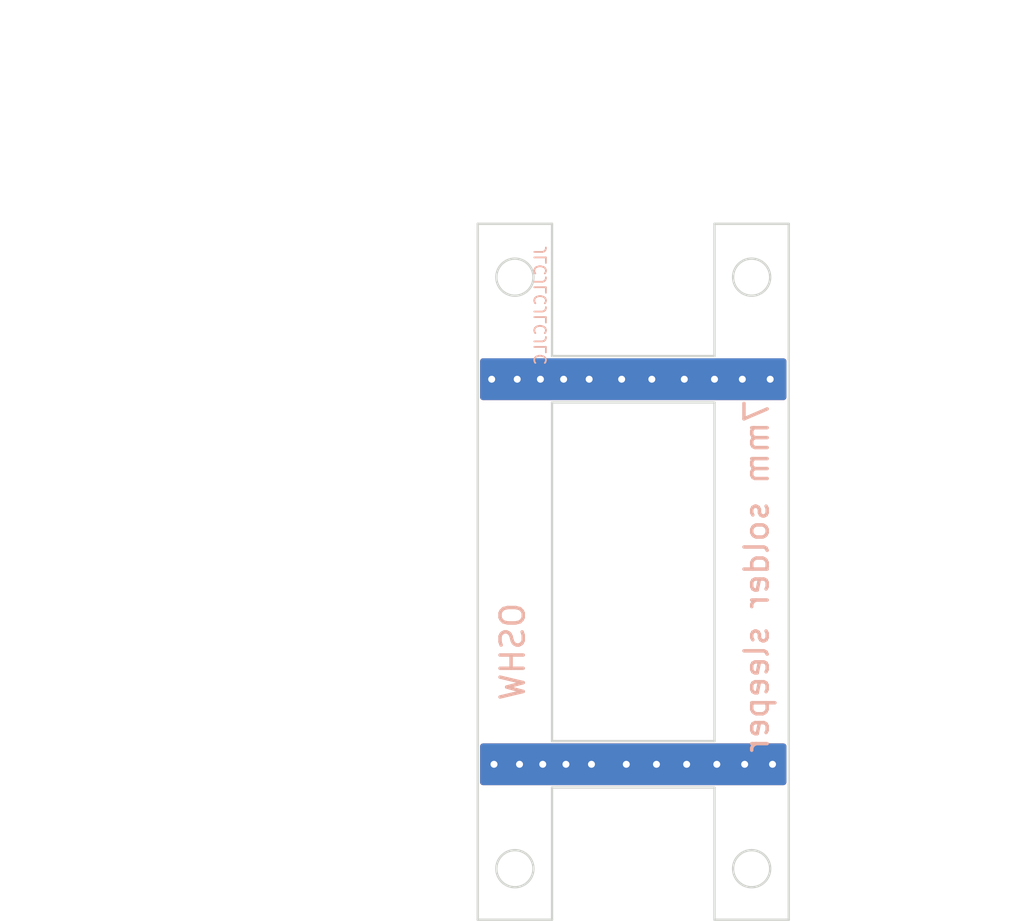
<source format=kicad_pcb>
(kicad_pcb
	(version 20240108)
	(generator "pcbnew")
	(generator_version "8.0")
	(general
		(thickness 1.6)
		(legacy_teardrops no)
	)
	(paper "A4")
	(layers
		(0 "F.Cu" signal)
		(31 "B.Cu" signal)
		(32 "B.Adhes" user "B.Adhesive")
		(33 "F.Adhes" user "F.Adhesive")
		(34 "B.Paste" user)
		(35 "F.Paste" user)
		(36 "B.SilkS" user "B.Silkscreen")
		(37 "F.SilkS" user "F.Silkscreen")
		(38 "B.Mask" user)
		(39 "F.Mask" user)
		(40 "Dwgs.User" user "User.Drawings")
		(41 "Cmts.User" user "User.Comments")
		(42 "Eco1.User" user "User.Eco1")
		(43 "Eco2.User" user "User.Eco2")
		(44 "Edge.Cuts" user)
		(45 "Margin" user)
		(46 "B.CrtYd" user "B.Courtyard")
		(47 "F.CrtYd" user "F.Courtyard")
		(48 "B.Fab" user)
		(49 "F.Fab" user)
		(50 "User.1" user)
		(51 "User.2" user)
		(52 "User.3" user)
		(53 "User.4" user)
		(54 "User.5" user)
		(55 "User.6" user)
		(56 "User.7" user)
		(57 "User.8" user)
		(58 "User.9" user)
	)
	(setup
		(pad_to_mask_clearance 0)
		(allow_soldermask_bridges_in_footprints no)
		(pcbplotparams
			(layerselection 0x00010fc_ffffffff)
			(plot_on_all_layers_selection 0x0000000_00000000)
			(disableapertmacros no)
			(usegerberextensions no)
			(usegerberattributes yes)
			(usegerberadvancedattributes yes)
			(creategerberjobfile yes)
			(dashed_line_dash_ratio 12.000000)
			(dashed_line_gap_ratio 3.000000)
			(svgprecision 4)
			(plotframeref no)
			(viasonmask no)
			(mode 1)
			(useauxorigin no)
			(hpglpennumber 1)
			(hpglpenspeed 20)
			(hpglpendiameter 15.000000)
			(pdf_front_fp_property_popups yes)
			(pdf_back_fp_property_popups yes)
			(dxfpolygonmode yes)
			(dxfimperialunits yes)
			(dxfusepcbnewfont yes)
			(psnegative no)
			(psa4output no)
			(plotreference yes)
			(plotvalue yes)
			(plotfptext yes)
			(plotinvisibletext no)
			(sketchpadsonfab no)
			(subtractmaskfromsilk no)
			(outputformat 1)
			(mirror no)
			(drillshape 1)
			(scaleselection 1)
			(outputdirectory "")
		)
	)
	(net 0 "")
	(net 1 "GND")
	(gr_line
		(start 111.6 105.6)
		(end 111.6 106.6)
		(stroke
			(width 0.15)
			(type default)
		)
		(layer "Dwgs.User")
		(uuid "07587a2e-e2d2-4a35-bdc6-5cee117ae427")
	)
	(gr_line
		(start 111.6 105.6)
		(end 111.6 104.6)
		(stroke
			(width 0.15)
			(type default)
		)
		(layer "Dwgs.User")
		(uuid "5637b983-51ce-4ca7-a7eb-1f335015a028")
	)
	(gr_line
		(start 111.6 89)
		(end 111.6 88)
		(stroke
			(width 0.15)
			(type default)
		)
		(layer "Dwgs.User")
		(uuid "b4724b7e-8a79-4e3e-964a-412842a1ff7f")
	)
	(gr_line
		(start 111.6 89)
		(end 111.6 90)
		(stroke
			(width 0.15)
			(type default)
		)
		(layer "Dwgs.User")
		(uuid "e2544062-1fa1-4506-94d8-a00d4ed3b924")
	)
	(gr_line
		(start 111.6 104.6)
		(end 111.6 90)
		(stroke
			(width 0.1)
			(type default)
		)
		(layer "Edge.Cuts")
		(uuid "0d1cc190-fc3a-4f1c-83a4-061c39946b4b")
	)
	(gr_circle
		(center 110 84.6)
		(end 110.8 84.6)
		(stroke
			(width 0.1)
			(type default)
		)
		(fill none)
		(layer "Edge.Cuts")
		(uuid "16bf7743-1fac-4166-b084-b3de1eaddf30")
	)
	(gr_line
		(start 111.6 112.3)
		(end 108.4 112.3)
		(stroke
			(width 0.1)
			(type default)
		)
		(layer "Edge.Cuts")
		(uuid "27addd7d-e973-4a05-beff-0f74945ad954")
	)
	(gr_line
		(start 118.6 82.3)
		(end 121.8 82.3)
		(stroke
			(width 0.1)
			(type default)
		)
		(layer "Edge.Cuts")
		(uuid "29c11a56-9e25-43cf-8cdb-a89c11a09860")
	)
	(gr_circle
		(center 110 110.1)
		(end 110.8 110.1)
		(stroke
			(width 0.1)
			(type default)
		)
		(fill none)
		(layer "Edge.Cuts")
		(uuid "30fc04eb-530b-4533-8ab8-be1160baa57e")
	)
	(gr_line
		(start 108.4 82.3)
		(end 111.6 82.3)
		(stroke
			(width 0.1)
			(type default)
		)
		(layer "Edge.Cuts")
		(uuid "313fbfe3-7b16-4bdf-8e12-74f808c14137")
	)
	(gr_line
		(start 118.6 90)
		(end 118.6 104.6)
		(stroke
			(width 0.1)
			(type default)
		)
		(layer "Edge.Cuts")
		(uuid "4405fa27-a26e-4db6-9637-38738bf4a1f8")
	)
	(gr_line
		(start 111.6 106.6)
		(end 118.6 106.6)
		(stroke
			(width 0.1)
			(type default)
		)
		(layer "Edge.Cuts")
		(uuid "48066470-e75c-4050-9fc1-a2ad64cfda3c")
	)
	(gr_line
		(start 118.6 88)
		(end 118.6 82.3)
		(stroke
			(width 0.1)
			(type default)
		)
		(layer "Edge.Cuts")
		(uuid "66dc9f63-1911-4043-8e0a-4844fef9920d")
	)
	(gr_line
		(start 111.6 90)
		(end 118.6 90)
		(stroke
			(width 0.1)
			(type default)
		)
		(layer "Edge.Cuts")
		(uuid "68c10f3d-e801-465e-852b-47aa6283ac02")
	)
	(gr_circle
		(center 120.2 110.1)
		(end 121 110.1)
		(stroke
			(width 0.1)
			(type default)
		)
		(fill none)
		(layer "Edge.Cuts")
		(uuid "6d28eb98-aa42-4ac5-a06a-86be7b13e1d6")
	)
	(gr_line
		(start 111.6 88)
		(end 111.6 82.3)
		(stroke
			(width 0.1)
			(type default)
		)
		(layer "Edge.Cuts")
		(uuid "731ce693-0df5-4461-a489-fba1c592d634")
	)
	(gr_line
		(start 111.6 88)
		(end 118.6 88)
		(stroke
			(width 0.1)
			(type default)
		)
		(layer "Edge.Cuts")
		(uuid "810ee817-da22-4a0d-b22b-5abb52b773b3")
	)
	(gr_line
		(start 111.6 104.6)
		(end 118.6 104.6)
		(stroke
			(width 0.1)
			(type default)
		)
		(layer "Edge.Cuts")
		(uuid "832dd93d-f8f7-4824-9ea7-5c2c5c725882")
	)
	(gr_line
		(start 111.6 106.6)
		(end 111.6 112.3)
		(stroke
			(width 0.1)
			(type default)
		)
		(layer "Edge.Cuts")
		(uuid "893033c7-3088-4768-906e-9614f7a949c0")
	)
	(gr_circle
		(center 120.2 84.6)
		(end 121 84.6)
		(stroke
			(width 0.1)
			(type default)
		)
		(fill none)
		(layer "Edge.Cuts")
		(uuid "96cc5766-b336-49f1-bdee-6fcb763da4d8")
	)
	(gr_line
		(start 121.8 112.3)
		(end 118.6 112.3)
		(stroke
			(width 0.1)
			(type default)
		)
		(layer "Edge.Cuts")
		(uuid "c0799a7a-8a8d-4aee-ad32-4fefd3e8784a")
	)
	(gr_line
		(start 121.8 82.3)
		(end 121.8 112.3)
		(stroke
			(width 0.1)
			(type default)
		)
		(layer "Edge.Cuts")
		(uuid "c6e65dca-d797-4be9-b65c-d628f76dc569")
	)
	(gr_line
		(start 108.4 112.3)
		(end 108.4 82.3)
		(stroke
			(width 0.1)
			(type default)
		)
		(layer "Edge.Cuts")
		(uuid "dc663834-904a-4b12-9bd0-51381c00d35f")
	)
	(gr_line
		(start 118.6 112.3)
		(end 118.6 106.6)
		(stroke
			(width 0.1)
			(type default)
		)
		(layer "Edge.Cuts")
		(uuid "e1709324-0bda-4714-9477-9faab4b88899")
	)
	(gr_text "7mm solder sleeper"
		(at 121 89.8 90)
		(layer "B.SilkS")
		(uuid "2c7b17fd-ae9b-4cc0-b26b-1ee23b748973")
		(effects
			(font
				(size 1 1)
				(thickness 0.15)
			)
			(justify left bottom mirror)
		)
	)
	(gr_text "OSHW"
		(at 110.49 98.552 90)
		(layer "B.SilkS")
		(uuid "529848b1-8df6-4f2c-b28b-a1403cdbbc75")
		(effects
			(font
				(size 1 1)
				(thickness 0.15)
			)
			(justify left bottom mirror)
		)
	)
	(gr_text "JLCJLCJLCJLC"
		(at 111.4 83.2 90)
		(layer "B.SilkS")
		(uuid "c439ac8a-755c-443e-a2e6-e2753b4438cb")
		(effects
			(font
				(size 0.5 0.5)
				(thickness 0.075)
			)
			(justify left bottom mirror)
		)
	)
	(dimension
		(type orthogonal)
		(layer "Dwgs.User")
		(uuid "46b50b83-6f4e-4957-9757-6ca9c089e29c")
		(pts
			(xy 118.6 106.6) (xy 118.6 104.6)
		)
		(height 7.2)
		(orientation 1)
		(gr_text "2,0000 mm"
			(at 127.2 105.2 90)
			(layer "Dwgs.User")
			(uuid "46b50b83-6f4e-4957-9757-6ca9c089e29c")
			(effects
				(font
					(size 1 1)
					(thickness 0.15)
				)
			)
		)
		(format
			(prefix "")
			(suffix "")
			(units 3)
			(units_format 1)
			(precision 4)
		)
		(style
			(thickness 0.15)
			(arrow_length 1.27)
			(text_position_mode 2)
			(extension_height 0.58642)
			(extension_offset 0.5) keep_text_aligned)
	)
	(dimension
		(type orthogonal)
		(layer "Dwgs.User")
		(uuid "51276db1-0ddc-4876-8e6a-533971a31354")
		(pts
			(xy 108.4 105.6) (xy 108.4 89)
		)
		(height -14.5)
		(orientation 1)
		(gr_text "16,6000 mm"
			(at 92.75 97.3 90)
			(layer "Dwgs.User")
			(uuid "51276db1-0ddc-4876-8e6a-533971a31354")
			(effects
				(font
					(size 1 1)
					(thickness 0.15)
				)
			)
		)
		(format
			(prefix "")
			(suffix "")
			(units 3)
			(units_format 1)
			(precision 4)
		)
		(style
			(thickness 0.15)
			(arrow_length 1.27)
			(text_position_mode 0)
			(extension_height 0.58642)
			(extension_offset 0.5) keep_text_aligned)
	)
	(dimension
		(type orthogonal)
		(layer "Dwgs.User")
		(uuid "6780ff2c-0dd5-45e2-9afb-7907271109a1")
		(pts
			(xy 111.6 82.3) (xy 118.6 82.3)
		)
		(height -5.4)
		(orientation 0)
		(gr_text "7,0000 mm"
			(at 113.5 73.5 0)
			(layer "Dwgs.User")
			(uuid "6780ff2c-0dd5-45e2-9afb-7907271109a1")
			(effects
				(font
					(size 1 1)
					(thickness 0.15)
				)
			)
		)
		(format
			(prefix "")
			(suffix "")
			(units 3)
			(units_format 1)
			(precision 4)
		)
		(style
			(thickness 0.15)
			(arrow_length 1.27)
			(text_position_mode 2)
			(extension_height 0.58642)
			(extension_offset 0.5) keep_text_aligned)
	)
	(dimension
		(type orthogonal)
		(layer "Dwgs.User")
		(uuid "74f9601c-747d-461e-b5c1-f9acf46cd5bd")
		(pts
			(xy 108.4 82.3) (xy 111.6 82.3)
		)
		(height -5.2)
		(orientation 0)
		(gr_text "3,2000 mm"
			(at 105.8 75.2 0)
			(layer "Dwgs.User")
			(uuid "74f9601c-747d-461e-b5c1-f9acf46cd5bd")
			(effects
				(font
					(size 1 1)
					(thickness 0.15)
				)
			)
		)
		(format
			(prefix "")
			(suffix "")
			(units 3)
			(units_format 1)
			(precision 4)
		)
		(style
			(thickness 0.15)
			(arrow_length 1.27)
			(text_position_mode 2)
			(extension_height 0.58642)
			(extension_offset 0.5) keep_text_aligned)
	)
	(dimension
		(type orthogonal)
		(layer "Dwgs.User")
		(uuid "81bcee33-4609-4f8c-838e-3b0c8ffa12cb")
		(pts
			(xy 118.6 90) (xy 118.6 88)
		)
		(height 7.3)
		(orientation 1)
		(gr_text "2,0000 mm"
			(at 127.5 89 90)
			(layer "Dwgs.User")
			(uuid "81bcee33-4609-4f8c-838e-3b0c8ffa12cb")
			(effects
				(font
					(size 1 1)
					(thickness 0.15)
				)
			)
		)
		(format
			(prefix "")
			(suffix "")
			(units 3)
			(units_format 1)
			(precision 4)
		)
		(style
			(thickness 0.15)
			(arrow_length 1.27)
			(text_position_mode 2)
			(extension_height 0.58642)
			(extension_offset 0.5) keep_text_aligned)
	)
	(dimension
		(type orthogonal)
		(layer "Dwgs.User")
		(uuid "8c1236a5-d14b-4922-8afc-562d305caeac")
		(pts
			(xy 110.2 82.3) (xy 110.2 89)
		)
		(height -16.4)
		(orientation 1)
		(gr_text "6,7000 mm"
			(at 92.65 85.65 90)
			(layer "Dwgs.User")
			(uuid "8c1236a5-d14b-4922-8afc-562d305caeac")
			(effects
				(font
					(size 1 1)
					(thickness 0.15)
				)
			)
		)
		(format
			(prefix "")
			(suffix "")
			(units 3)
			(units_format 1)
			(precision 4)
		)
		(style
			(thickness 0.15)
			(arrow_length 1.27)
			(text_position_mode 0)
			(extension_height 0.58642)
			(extension_offset 0.5) keep_text_aligned)
	)
	(dimension
		(type orthogonal)
		(layer "Dwgs.User")
		(uuid "bcf29efd-68a9-4de8-a227-17fa40c64e92")
		(pts
			(xy 108.6 112.3) (xy 109.1 105.6)
		)
		(height -14.6)
		(orientation 1)
		(gr_text "6,7000 mm"
			(at 92.85 108.95 90)
			(layer "Dwgs.User")
			(uuid "bcf29efd-68a9-4de8-a227-17fa40c64e92")
			(effects
				(font
					(size 1 1)
					(thickness 0.15)
				)
			)
		)
		(format
			(prefix "")
			(suffix "")
			(units 3)
			(units_format 1)
			(precision 4)
		)
		(style
			(thickness 0.15)
			(arrow_length 1.27)
			(text_position_mode 0)
			(extension_height 0.58642)
			(extension_offset 0.5) keep_text_aligned)
	)
	(dimension
		(type orthogonal)
		(layer "Dwgs.User")
		(uuid "d14a613a-964c-4316-827a-878b8b54cc1f")
		(pts
			(xy 118.6 82.3) (xy 121.8 82.3)
		)
		(height -5.4)
		(orientation 0)
		(gr_text "3,2000 mm"
			(at 123.3 75.5 0)
			(layer "Dwgs.User")
			(uuid "d14a613a-964c-4316-827a-878b8b54cc1f")
			(effects
				(font
					(size 1 1)
					(thickness 0.15)
				)
			)
		)
		(format
			(prefix "")
			(suffix "")
			(units 3)
			(units_format 1)
			(precision 4)
		)
		(style
			(thickness 0.15)
			(arrow_length 1.27)
			(text_position_mode 2)
			(extension_height 0.58642)
			(extension_offset 0.5) keep_text_aligned)
	)
	(via
		(at 110.2 105.6)
		(size 0.5)
		(drill 0.3)
		(layers "F.Cu" "B.Cu")
		(free yes)
		(net 1)
		(uuid "07a65875-beee-4f82-af2b-2af44e106ae6")
	)
	(via
		(at 112.1 89)
		(size 0.5)
		(drill 0.3)
		(layers "F.Cu" "B.Cu")
		(free yes)
		(net 1)
		(uuid "1302dc51-988d-4404-9b26-1e1a108816df")
	)
	(via
		(at 117.3 89)
		(size 0.5)
		(drill 0.3)
		(layers "F.Cu" "B.Cu")
		(free yes)
		(net 1)
		(uuid "13c86a2d-84c4-45dc-ac00-a3576e6f213d")
	)
	(via
		(at 119.9 105.6)
		(size 0.5)
		(drill 0.3)
		(layers "F.Cu" "B.Cu")
		(free yes)
		(net 1)
		(uuid "1c4f3d0e-a66a-4690-bfeb-58a3d36eabd8")
	)
	(via
		(at 114.8 105.6)
		(size 0.5)
		(drill 0.3)
		(layers "F.Cu" "B.Cu")
		(free yes)
		(net 1)
		(uuid "1d177fa6-c5a5-457a-9723-ffeaa5028a03")
	)
	(via
		(at 116.1 105.6)
		(size 0.5)
		(drill 0.3)
		(layers "F.Cu" "B.Cu")
		(free yes)
		(net 1)
		(uuid "1f25d746-8352-4c1c-9731-e11c5dec9587")
	)
	(via
		(at 118.7 105.6)
		(size 0.5)
		(drill 0.3)
		(layers "F.Cu" "B.Cu")
		(free yes)
		(net 1)
		(uuid "33367ac9-9e3b-4fac-830d-55c3b39a6ad8")
	)
	(via
		(at 109 89)
		(size 0.5)
		(drill 0.3)
		(layers "F.Cu" "B.Cu")
		(free yes)
		(net 1)
		(uuid "50ff2002-89e8-4f44-8ca8-b69dc4840706")
	)
	(via
		(at 111.2 105.6)
		(size 0.5)
		(drill 0.3)
		(layers "F.Cu" "B.Cu")
		(free yes)
		(net 1)
		(uuid "67aa9930-9a56-4fd8-8d52-54cec980aed3")
	)
	(via
		(at 117.4 105.6)
		(size 0.5)
		(drill 0.3)
		(layers "F.Cu" "B.Cu")
		(free yes)
		(net 1)
		(uuid "689f893e-e25d-4d23-94ea-790bc75e62ed")
	)
	(via
		(at 119.8 89)
		(size 0.5)
		(drill 0.3)
		(layers "F.Cu" "B.Cu")
		(free yes)
		(net 1)
		(uuid "69c5a38a-5108-440b-ad74-e54e2c7bc7e2")
	)
	(via
		(at 111.1 89)
		(size 0.5)
		(drill 0.3)
		(layers "F.Cu" "B.Cu")
		(free yes)
		(net 1)
		(uuid "7e6ccf14-348d-49a2-8929-3481379b5764")
	)
	(via
		(at 118.6 89)
		(size 0.5)
		(drill 0.3)
		(layers "F.Cu" "B.Cu")
		(free yes)
		(net 1)
		(uuid "878bbcdb-2982-4290-8f9d-144f5674c46b")
	)
	(via
		(at 113.3 105.6)
		(size 0.5)
		(drill 0.3)
		(layers "F.Cu" "B.Cu")
		(free yes)
		(net 1)
		(uuid "97f64036-6b22-46ef-9a96-a0dc0a0721df")
	)
	(via
		(at 114.6 89)
		(size 0.5)
		(drill 0.3)
		(layers "F.Cu" "B.Cu")
		(free yes)
		(net 1)
		(uuid "987fcb8d-85f8-4df8-92f2-e16a928ece38")
	)
	(via
		(at 113.2 89)
		(size 0.5)
		(drill 0.3)
		(layers "F.Cu" "B.Cu")
		(free yes)
		(net 1)
		(uuid "b41e195a-a41d-4d21-aa86-ef09a92c892f")
	)
	(via
		(at 121.1 105.6)
		(size 0.5)
		(drill 0.3)
		(layers "F.Cu" "B.Cu")
		(free yes)
		(net 1)
		(uuid "bf52903a-f9c1-4a35-a27b-26c4fc313a1f")
	)
	(via
		(at 115.9 89)
		(size 0.5)
		(drill 0.3)
		(layers "F.Cu" "B.Cu")
		(free yes)
		(net 1)
		(uuid "c20e924f-70c1-42a4-826e-d49a2508208a")
	)
	(via
		(at 112.2 105.6)
		(size 0.5)
		(drill 0.3)
		(layers "F.Cu" "B.Cu")
		(free yes)
		(net 1)
		(uuid "ce4f7be5-3264-45f3-bf1b-deb2aa790e96")
	)
	(via
		(at 109.1 105.6)
		(size 0.5)
		(drill 0.3)
		(layers "F.Cu" "B.Cu")
		(free yes)
		(net 1)
		(uuid "cec5e9d9-d132-4b0c-88e6-d94112e42940")
	)
	(via
		(at 121 89)
		(size 0.5)
		(drill 0.3)
		(layers "F.Cu" "B.Cu")
		(free yes)
		(net 1)
		(uuid "de3614ea-b950-4765-bd1f-d7a1551a325f")
	)
	(via
		(at 110.1 89)
		(size 0.5)
		(drill 0.3)
		(layers "F.Cu" "B.Cu")
		(free yes)
		(net 1)
		(uuid "fc04e3c7-7784-4f3b-9318-72137e37d896")
	)
	(zone
		(net 1)
		(net_name "GND")
		(layers "F&B.Cu")
		(uuid "0dd7b0b4-dbf2-4d0a-80b9-f4881d26f059")
		(hatch edge 0.5)
		(connect_pads
			(clearance 0.5)
		)
		(min_thickness 0.25)
		(filled_areas_thickness no)
		(fill yes
			(thermal_gap 0.5)
			(thermal_bridge_width 0.5)
			(island_removal_mode 1)
			(island_area_min 10)
		)
		(polygon
			(pts
				(xy 108.5 88.1) (xy 108.5 89.9) (xy 121.7 89.9) (xy 121.7 88.1)
			)
		)
		(filled_polygon
			(layer "F.Cu")
			(pts
				(xy 121.643039 88.119685) (xy 121.688794 88.172489) (xy 121.7 88.224) (xy 121.7 89.776) (xy 121.680315 89.843039)
				(xy 121.627511 89.888794) (xy 121.576 89.9) (xy 108.624 89.9) (xy 108.556961 89.880315) (xy 108.511206 89.827511)
				(xy 108.5 89.776) (xy 108.5 88.224) (xy 108.519685 88.156961) (xy 108.572489 88.111206) (xy 108.624 88.1)
				(xy 121.576 88.1)
			)
		)
		(filled_polygon
			(layer "B.Cu")
			(pts
				(xy 121.643039 88.119685) (xy 121.688794 88.172489) (xy 121.7 88.224) (xy 121.7 89.776) (xy 121.680315 89.843039)
				(xy 121.627511 89.888794) (xy 121.576 89.9) (xy 108.624 89.9) (xy 108.556961 89.880315) (xy 108.511206 89.827511)
				(xy 108.5 89.776) (xy 108.5 88.224) (xy 108.519685 88.156961) (xy 108.572489 88.111206) (xy 108.624 88.1)
				(xy 121.576 88.1)
			)
		)
	)
	(zone
		(net 1)
		(net_name "GND")
		(layers "F&B.Cu")
		(uuid "7fed4f65-050d-47cd-a160-1c419f78f204")
		(hatch edge 0.5)
		(connect_pads
			(clearance 0.5)
		)
		(min_thickness 0.25)
		(filled_areas_thickness no)
		(fill yes
			(thermal_gap 0.5)
			(thermal_bridge_width 0.5)
			(island_removal_mode 1)
			(island_area_min 10)
		)
		(polygon
			(pts
				(xy 108.5 104.7) (xy 108.5 106.5) (xy 121.7 106.5) (xy 121.7 104.7)
			)
		)
		(filled_polygon
			(layer "F.Cu")
			(pts
				(xy 121.643039 104.719685) (xy 121.688794 104.772489) (xy 121.7 104.824) (xy 121.7 106.376) (xy 121.680315 106.443039)
				(xy 121.627511 106.488794) (xy 121.576 106.5) (xy 108.624 106.5) (xy 108.556961 106.480315) (xy 108.511206 106.427511)
				(xy 108.5 106.376) (xy 108.5 104.824) (xy 108.519685 104.756961) (xy 108.572489 104.711206) (xy 108.624 104.7)
				(xy 121.576 104.7)
			)
		)
		(filled_polygon
			(layer "B.Cu")
			(pts
				(xy 121.643039 104.719685) (xy 121.688794 104.772489) (xy 121.7 104.824) (xy 121.7 106.376) (xy 121.680315 106.443039)
				(xy 121.627511 106.488794) (xy 121.576 106.5) (xy 108.624 106.5) (xy 108.556961 106.480315) (xy 108.511206 106.427511)
				(xy 108.5 106.376) (xy 108.5 104.824) (xy 108.519685 104.756961) (xy 108.572489 104.711206) (xy 108.624 104.7)
				(xy 121.576 104.7)
			)
		)
	)
	(zone
		(net 0)
		(net_name "")
		(layer "F.Mask")
		(uuid "9b510103-56f1-44dd-a45f-9c5573ba525a")
		(hatch full 0.5)
		(connect_pads
			(clearance 0.5)
		)
		(min_thickness 0.25)
		(filled_areas_thickness no)
		(fill yes
			(thermal_gap 0.5)
			(thermal_bridge_width 0.5)
			(island_removal_mode 1)
			(island_area_min 10)
		)
		(polygon
			(pts
				(xy 108.6 88.2) (xy 121.6 88.2) (xy 121.6 89.8) (xy 108.6 89.8)
			)
		)
		(filled_polygon
			(layer "F.Mask")
			(island)
			(pts
				(xy 121.543039 88.219685) (xy 121.588794 88.272489) (xy 121.6 88.324) (xy 121.6 89.676) (xy 121.580315 89.743039)
				(xy 121.527511 89.788794) (xy 121.476 89.8) (xy 108.724 89.8) (xy 108.656961 89.780315) (xy 108.611206 89.727511)
				(xy 108.6 89.676) (xy 108.6 88.324) (xy 108.619685 88.256961) (xy 108.672489 88.211206) (xy 108.724 88.2)
				(xy 121.476 88.2)
			)
		)
	)
	(zone
		(net 0)
		(net_name "")
		(layer "F.Mask")
		(uuid "9d5680a5-467b-49db-8ae9-3dbc9cf1ab86")
		(hatch full 0.5)
		(connect_pads
			(clearance 0.5)
		)
		(min_thickness 0.25)
		(filled_areas_thickness no)
		(fill yes
			(thermal_gap 0.5)
			(thermal_bridge_width 0.5)
			(island_removal_mode 1)
			(island_area_min 10)
		)
		(polygon
			(pts
				(xy 108.6 104.8) (xy 121.6 104.8) (xy 121.6 106.4) (xy 108.6 106.4)
			)
		)
		(filled_polygon
			(layer "F.Mask")
			(island)
			(pts
				(xy 121.543039 104.819685) (xy 121.588794 104.872489) (xy 121.6 104.924) (xy 121.6 106.276) (xy 121.580315 106.343039)
				(xy 121.527511 106.388794) (xy 121.476 106.4) (xy 108.724 106.4) (xy 108.656961 106.380315) (xy 108.611206 106.327511)
				(xy 108.6 106.276) (xy 108.6 104.924) (xy 108.619685 104.856961) (xy 108.672489 104.811206) (xy 108.724 104.8)
				(xy 121.476 104.8)
			)
		)
	)
)

</source>
